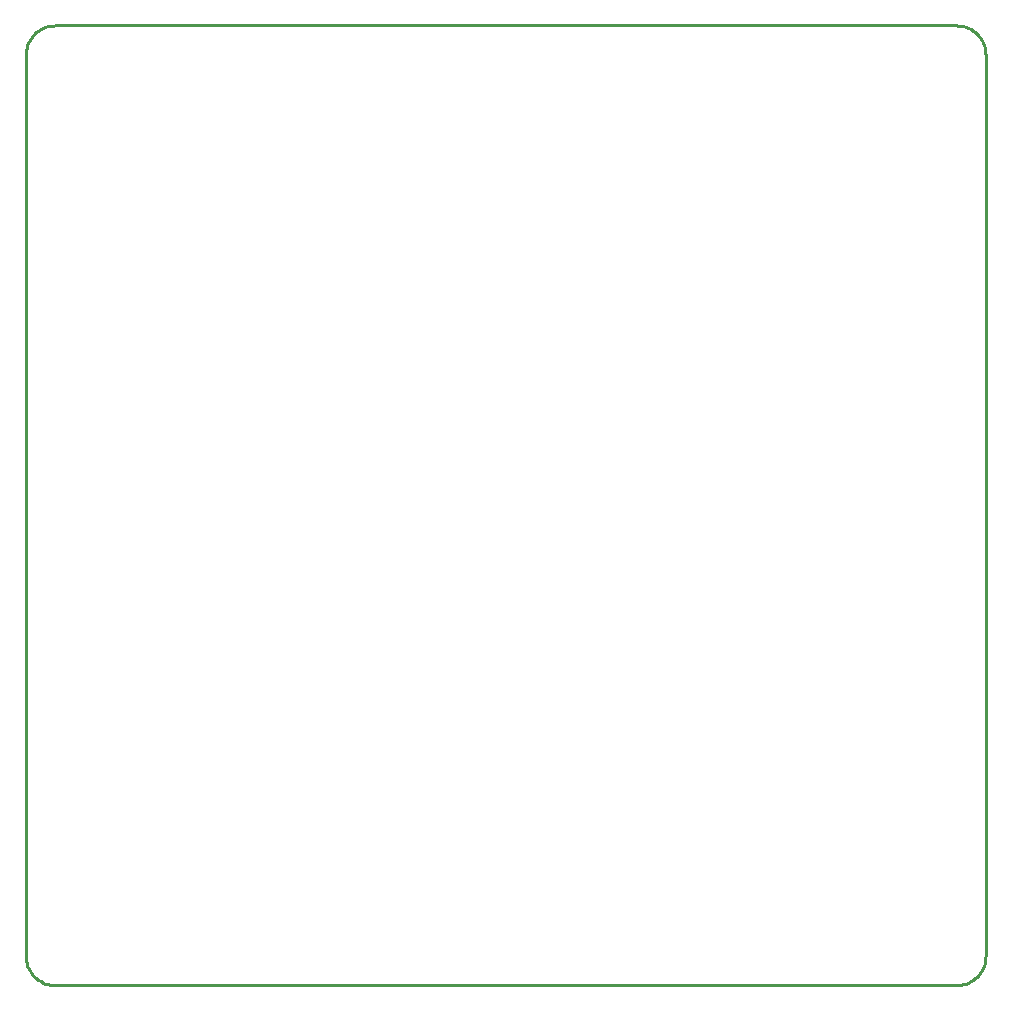
<source format=gbr>
G04 EAGLE Gerber RS-274X export*
G75*
%MOMM*%
%FSLAX34Y34*%
%LPD*%
%IN*%
%IPPOS*%
%AMOC8*
5,1,8,0,0,1.08239X$1,22.5*%
G01*
%ADD10C,0.254000*%


D10*
X0Y25400D02*
X97Y23186D01*
X386Y20989D01*
X865Y18826D01*
X1532Y16713D01*
X2380Y14666D01*
X3403Y12700D01*
X4594Y10831D01*
X5942Y9073D01*
X7440Y7440D01*
X9073Y5942D01*
X10831Y4594D01*
X12700Y3403D01*
X14666Y2380D01*
X16713Y1532D01*
X18826Y865D01*
X20989Y386D01*
X23186Y97D01*
X25400Y0D01*
X787400Y0D01*
X789614Y97D01*
X791811Y386D01*
X793974Y865D01*
X796087Y1532D01*
X798135Y2380D01*
X800100Y3403D01*
X801969Y4594D01*
X803727Y5942D01*
X805361Y7440D01*
X806858Y9073D01*
X808206Y10831D01*
X809397Y12700D01*
X810420Y14666D01*
X811268Y16713D01*
X811935Y18826D01*
X812414Y20989D01*
X812703Y23186D01*
X812800Y25400D01*
X812800Y787400D01*
X812703Y789614D01*
X812414Y791811D01*
X811935Y793974D01*
X811268Y796087D01*
X810420Y798135D01*
X809397Y800100D01*
X808206Y801969D01*
X806858Y803727D01*
X805361Y805361D01*
X803727Y806858D01*
X801969Y808206D01*
X800100Y809397D01*
X798135Y810420D01*
X796087Y811268D01*
X793974Y811935D01*
X791811Y812414D01*
X789614Y812703D01*
X787400Y812800D01*
X25400Y812800D01*
X23186Y812703D01*
X20989Y812414D01*
X18826Y811935D01*
X16713Y811268D01*
X14666Y810420D01*
X12700Y809397D01*
X10831Y808206D01*
X9073Y806858D01*
X7440Y805361D01*
X5942Y803727D01*
X4594Y801969D01*
X3403Y800100D01*
X2380Y798135D01*
X1532Y796087D01*
X865Y793974D01*
X386Y791811D01*
X97Y789614D01*
X0Y787400D01*
X0Y25400D01*
M02*

</source>
